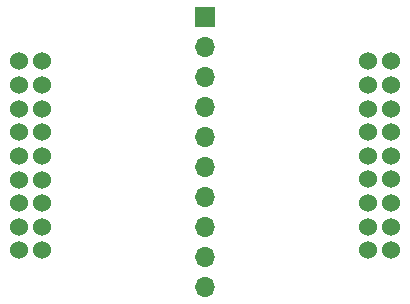
<source format=gbs>
G04 #@! TF.GenerationSoftware,KiCad,Pcbnew,7.0.6-0*
G04 #@! TF.CreationDate,2023-11-15T10:51:59-05:00*
G04 #@! TF.ProjectId,AntSniffer,416e7453-6e69-4666-9665-722e6b696361,rev?*
G04 #@! TF.SameCoordinates,Original*
G04 #@! TF.FileFunction,Soldermask,Bot*
G04 #@! TF.FilePolarity,Negative*
%FSLAX46Y46*%
G04 Gerber Fmt 4.6, Leading zero omitted, Abs format (unit mm)*
G04 Created by KiCad (PCBNEW 7.0.6-0) date 2023-11-15 10:51:59*
%MOMM*%
%LPD*%
G01*
G04 APERTURE LIST*
%ADD10R,1.700000X1.700000*%
%ADD11O,1.700000X1.700000*%
%ADD12C,1.524000*%
G04 APERTURE END LIST*
D10*
X168579800Y-45979000D03*
D11*
X168579800Y-48519000D03*
X168579800Y-51059000D03*
X168579800Y-53599000D03*
X168579800Y-56139000D03*
X168579800Y-58679000D03*
X168579800Y-61219000D03*
X168579800Y-63759000D03*
X168579800Y-66299000D03*
X168579800Y-68839000D03*
D12*
X182301000Y-49759600D03*
X184300000Y-49759600D03*
X182301000Y-51758600D03*
X184300000Y-51758600D03*
X182300000Y-53759600D03*
X184300000Y-53759600D03*
X182300000Y-55759600D03*
X184300000Y-55759600D03*
X182300000Y-57759600D03*
X184300000Y-57759600D03*
X182300000Y-59759600D03*
X184300000Y-59759600D03*
X182300000Y-61759600D03*
X184300000Y-61759600D03*
X182300000Y-63759600D03*
X184300000Y-63759600D03*
X182300000Y-65759600D03*
X184300000Y-65759600D03*
X154769000Y-49771800D03*
X152770000Y-49771800D03*
X154769000Y-51770800D03*
X152770000Y-51770800D03*
X154770000Y-53771800D03*
X152770000Y-53771800D03*
X154770000Y-55771800D03*
X152770000Y-55771800D03*
X154770000Y-57771800D03*
X152770000Y-57771800D03*
X154770000Y-59771800D03*
X152770000Y-59771800D03*
X154770000Y-61771800D03*
X152770000Y-61771800D03*
X154770000Y-63771800D03*
X152770000Y-63771800D03*
X154770000Y-65771800D03*
X152770000Y-65771800D03*
M02*

</source>
